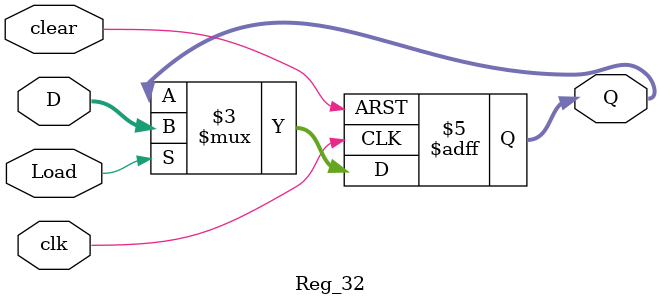
<source format=v>
`timescale 1ns / 1ps
module Reg_32(clk,D,clear,Load,Q);
	input clk;
	input [31:0] D;
	input clear;
	input Load;
	output reg[31:0] Q;
	always@(posedge clk or posedge clear)
	begin
			if(clear) Q<=0;
			else if(Load) Q<=D;
			else Q<=Q; 
	end
endmodule

</source>
